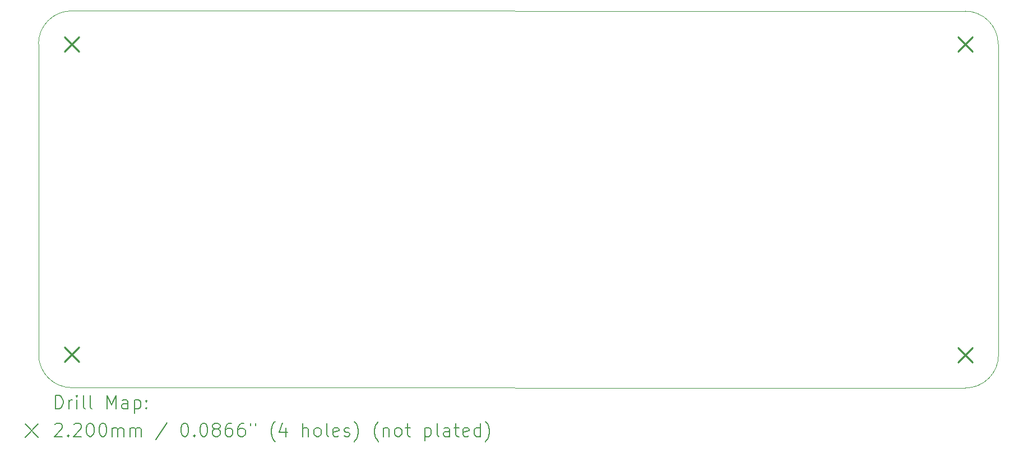
<source format=gbr>
%TF.GenerationSoftware,KiCad,Pcbnew,8.0.1*%
%TF.CreationDate,2024-05-07T00:07:34+05:00*%
%TF.ProjectId,PowerBoard,506f7765-7242-46f6-9172-642e6b696361,rev?*%
%TF.SameCoordinates,Original*%
%TF.FileFunction,Drillmap*%
%TF.FilePolarity,Positive*%
%FSLAX45Y45*%
G04 Gerber Fmt 4.5, Leading zero omitted, Abs format (unit mm)*
G04 Created by KiCad (PCBNEW 8.0.1) date 2024-05-07 00:07:34*
%MOMM*%
%LPD*%
G01*
G04 APERTURE LIST*
%ADD10C,0.050000*%
%ADD11C,0.200000*%
%ADD12C,0.220000*%
G04 APERTURE END LIST*
D10*
X20763553Y-15811447D02*
G75*
G02*
X20263553Y-15311447I-3J499997D01*
G01*
X34256447Y-10118553D02*
G75*
G02*
X34756447Y-10618553I3J-499997D01*
G01*
X34756447Y-10618553D02*
X34761447Y-15316447D01*
X20260000Y-10615000D02*
G75*
G02*
X20760000Y-10115000I500000J0D01*
G01*
X20263553Y-15311447D02*
X20260000Y-10615000D01*
X20760000Y-10115000D02*
X34256447Y-10118553D01*
X34761447Y-15316447D02*
G75*
G02*
X34261447Y-15816447I-499997J-3D01*
G01*
X34261447Y-15816447D02*
X20763553Y-15811447D01*
D11*
D12*
X20650000Y-10505000D02*
X20870000Y-10725000D01*
X20870000Y-10505000D02*
X20650000Y-10725000D01*
X20653553Y-15201447D02*
X20873553Y-15421447D01*
X20873553Y-15201447D02*
X20653553Y-15421447D01*
X34146447Y-10508553D02*
X34366447Y-10728553D01*
X34366447Y-10508553D02*
X34146447Y-10728553D01*
X34151447Y-15206447D02*
X34371447Y-15426447D01*
X34371447Y-15206447D02*
X34151447Y-15426447D01*
D11*
X20518277Y-16130430D02*
X20518277Y-15930430D01*
X20518277Y-15930430D02*
X20565896Y-15930430D01*
X20565896Y-15930430D02*
X20594467Y-15939954D01*
X20594467Y-15939954D02*
X20613515Y-15959002D01*
X20613515Y-15959002D02*
X20623039Y-15978049D01*
X20623039Y-15978049D02*
X20632563Y-16016145D01*
X20632563Y-16016145D02*
X20632563Y-16044716D01*
X20632563Y-16044716D02*
X20623039Y-16082811D01*
X20623039Y-16082811D02*
X20613515Y-16101859D01*
X20613515Y-16101859D02*
X20594467Y-16120907D01*
X20594467Y-16120907D02*
X20565896Y-16130430D01*
X20565896Y-16130430D02*
X20518277Y-16130430D01*
X20718277Y-16130430D02*
X20718277Y-15997097D01*
X20718277Y-16035192D02*
X20727801Y-16016145D01*
X20727801Y-16016145D02*
X20737324Y-16006621D01*
X20737324Y-16006621D02*
X20756372Y-15997097D01*
X20756372Y-15997097D02*
X20775420Y-15997097D01*
X20842086Y-16130430D02*
X20842086Y-15997097D01*
X20842086Y-15930430D02*
X20832563Y-15939954D01*
X20832563Y-15939954D02*
X20842086Y-15949478D01*
X20842086Y-15949478D02*
X20851610Y-15939954D01*
X20851610Y-15939954D02*
X20842086Y-15930430D01*
X20842086Y-15930430D02*
X20842086Y-15949478D01*
X20965896Y-16130430D02*
X20946848Y-16120907D01*
X20946848Y-16120907D02*
X20937324Y-16101859D01*
X20937324Y-16101859D02*
X20937324Y-15930430D01*
X21070658Y-16130430D02*
X21051610Y-16120907D01*
X21051610Y-16120907D02*
X21042086Y-16101859D01*
X21042086Y-16101859D02*
X21042086Y-15930430D01*
X21299229Y-16130430D02*
X21299229Y-15930430D01*
X21299229Y-15930430D02*
X21365896Y-16073287D01*
X21365896Y-16073287D02*
X21432563Y-15930430D01*
X21432563Y-15930430D02*
X21432563Y-16130430D01*
X21613515Y-16130430D02*
X21613515Y-16025668D01*
X21613515Y-16025668D02*
X21603991Y-16006621D01*
X21603991Y-16006621D02*
X21584944Y-15997097D01*
X21584944Y-15997097D02*
X21546848Y-15997097D01*
X21546848Y-15997097D02*
X21527801Y-16006621D01*
X21613515Y-16120907D02*
X21594467Y-16130430D01*
X21594467Y-16130430D02*
X21546848Y-16130430D01*
X21546848Y-16130430D02*
X21527801Y-16120907D01*
X21527801Y-16120907D02*
X21518277Y-16101859D01*
X21518277Y-16101859D02*
X21518277Y-16082811D01*
X21518277Y-16082811D02*
X21527801Y-16063764D01*
X21527801Y-16063764D02*
X21546848Y-16054240D01*
X21546848Y-16054240D02*
X21594467Y-16054240D01*
X21594467Y-16054240D02*
X21613515Y-16044716D01*
X21708753Y-15997097D02*
X21708753Y-16197097D01*
X21708753Y-16006621D02*
X21727801Y-15997097D01*
X21727801Y-15997097D02*
X21765896Y-15997097D01*
X21765896Y-15997097D02*
X21784944Y-16006621D01*
X21784944Y-16006621D02*
X21794467Y-16016145D01*
X21794467Y-16016145D02*
X21803991Y-16035192D01*
X21803991Y-16035192D02*
X21803991Y-16092335D01*
X21803991Y-16092335D02*
X21794467Y-16111383D01*
X21794467Y-16111383D02*
X21784944Y-16120907D01*
X21784944Y-16120907D02*
X21765896Y-16130430D01*
X21765896Y-16130430D02*
X21727801Y-16130430D01*
X21727801Y-16130430D02*
X21708753Y-16120907D01*
X21889705Y-16111383D02*
X21899229Y-16120907D01*
X21899229Y-16120907D02*
X21889705Y-16130430D01*
X21889705Y-16130430D02*
X21880182Y-16120907D01*
X21880182Y-16120907D02*
X21889705Y-16111383D01*
X21889705Y-16111383D02*
X21889705Y-16130430D01*
X21889705Y-16006621D02*
X21899229Y-16016145D01*
X21899229Y-16016145D02*
X21889705Y-16025668D01*
X21889705Y-16025668D02*
X21880182Y-16016145D01*
X21880182Y-16016145D02*
X21889705Y-16006621D01*
X21889705Y-16006621D02*
X21889705Y-16025668D01*
X20057500Y-16358947D02*
X20257500Y-16558947D01*
X20257500Y-16358947D02*
X20057500Y-16558947D01*
X20508753Y-16369478D02*
X20518277Y-16359954D01*
X20518277Y-16359954D02*
X20537324Y-16350430D01*
X20537324Y-16350430D02*
X20584944Y-16350430D01*
X20584944Y-16350430D02*
X20603991Y-16359954D01*
X20603991Y-16359954D02*
X20613515Y-16369478D01*
X20613515Y-16369478D02*
X20623039Y-16388526D01*
X20623039Y-16388526D02*
X20623039Y-16407573D01*
X20623039Y-16407573D02*
X20613515Y-16436145D01*
X20613515Y-16436145D02*
X20499229Y-16550430D01*
X20499229Y-16550430D02*
X20623039Y-16550430D01*
X20708753Y-16531383D02*
X20718277Y-16540907D01*
X20718277Y-16540907D02*
X20708753Y-16550430D01*
X20708753Y-16550430D02*
X20699229Y-16540907D01*
X20699229Y-16540907D02*
X20708753Y-16531383D01*
X20708753Y-16531383D02*
X20708753Y-16550430D01*
X20794467Y-16369478D02*
X20803991Y-16359954D01*
X20803991Y-16359954D02*
X20823039Y-16350430D01*
X20823039Y-16350430D02*
X20870658Y-16350430D01*
X20870658Y-16350430D02*
X20889705Y-16359954D01*
X20889705Y-16359954D02*
X20899229Y-16369478D01*
X20899229Y-16369478D02*
X20908753Y-16388526D01*
X20908753Y-16388526D02*
X20908753Y-16407573D01*
X20908753Y-16407573D02*
X20899229Y-16436145D01*
X20899229Y-16436145D02*
X20784944Y-16550430D01*
X20784944Y-16550430D02*
X20908753Y-16550430D01*
X21032563Y-16350430D02*
X21051610Y-16350430D01*
X21051610Y-16350430D02*
X21070658Y-16359954D01*
X21070658Y-16359954D02*
X21080182Y-16369478D01*
X21080182Y-16369478D02*
X21089705Y-16388526D01*
X21089705Y-16388526D02*
X21099229Y-16426621D01*
X21099229Y-16426621D02*
X21099229Y-16474240D01*
X21099229Y-16474240D02*
X21089705Y-16512335D01*
X21089705Y-16512335D02*
X21080182Y-16531383D01*
X21080182Y-16531383D02*
X21070658Y-16540907D01*
X21070658Y-16540907D02*
X21051610Y-16550430D01*
X21051610Y-16550430D02*
X21032563Y-16550430D01*
X21032563Y-16550430D02*
X21013515Y-16540907D01*
X21013515Y-16540907D02*
X21003991Y-16531383D01*
X21003991Y-16531383D02*
X20994467Y-16512335D01*
X20994467Y-16512335D02*
X20984944Y-16474240D01*
X20984944Y-16474240D02*
X20984944Y-16426621D01*
X20984944Y-16426621D02*
X20994467Y-16388526D01*
X20994467Y-16388526D02*
X21003991Y-16369478D01*
X21003991Y-16369478D02*
X21013515Y-16359954D01*
X21013515Y-16359954D02*
X21032563Y-16350430D01*
X21223039Y-16350430D02*
X21242086Y-16350430D01*
X21242086Y-16350430D02*
X21261134Y-16359954D01*
X21261134Y-16359954D02*
X21270658Y-16369478D01*
X21270658Y-16369478D02*
X21280182Y-16388526D01*
X21280182Y-16388526D02*
X21289705Y-16426621D01*
X21289705Y-16426621D02*
X21289705Y-16474240D01*
X21289705Y-16474240D02*
X21280182Y-16512335D01*
X21280182Y-16512335D02*
X21270658Y-16531383D01*
X21270658Y-16531383D02*
X21261134Y-16540907D01*
X21261134Y-16540907D02*
X21242086Y-16550430D01*
X21242086Y-16550430D02*
X21223039Y-16550430D01*
X21223039Y-16550430D02*
X21203991Y-16540907D01*
X21203991Y-16540907D02*
X21194467Y-16531383D01*
X21194467Y-16531383D02*
X21184944Y-16512335D01*
X21184944Y-16512335D02*
X21175420Y-16474240D01*
X21175420Y-16474240D02*
X21175420Y-16426621D01*
X21175420Y-16426621D02*
X21184944Y-16388526D01*
X21184944Y-16388526D02*
X21194467Y-16369478D01*
X21194467Y-16369478D02*
X21203991Y-16359954D01*
X21203991Y-16359954D02*
X21223039Y-16350430D01*
X21375420Y-16550430D02*
X21375420Y-16417097D01*
X21375420Y-16436145D02*
X21384944Y-16426621D01*
X21384944Y-16426621D02*
X21403991Y-16417097D01*
X21403991Y-16417097D02*
X21432563Y-16417097D01*
X21432563Y-16417097D02*
X21451610Y-16426621D01*
X21451610Y-16426621D02*
X21461134Y-16445668D01*
X21461134Y-16445668D02*
X21461134Y-16550430D01*
X21461134Y-16445668D02*
X21470658Y-16426621D01*
X21470658Y-16426621D02*
X21489705Y-16417097D01*
X21489705Y-16417097D02*
X21518277Y-16417097D01*
X21518277Y-16417097D02*
X21537325Y-16426621D01*
X21537325Y-16426621D02*
X21546848Y-16445668D01*
X21546848Y-16445668D02*
X21546848Y-16550430D01*
X21642086Y-16550430D02*
X21642086Y-16417097D01*
X21642086Y-16436145D02*
X21651610Y-16426621D01*
X21651610Y-16426621D02*
X21670658Y-16417097D01*
X21670658Y-16417097D02*
X21699229Y-16417097D01*
X21699229Y-16417097D02*
X21718277Y-16426621D01*
X21718277Y-16426621D02*
X21727801Y-16445668D01*
X21727801Y-16445668D02*
X21727801Y-16550430D01*
X21727801Y-16445668D02*
X21737325Y-16426621D01*
X21737325Y-16426621D02*
X21756372Y-16417097D01*
X21756372Y-16417097D02*
X21784944Y-16417097D01*
X21784944Y-16417097D02*
X21803991Y-16426621D01*
X21803991Y-16426621D02*
X21813515Y-16445668D01*
X21813515Y-16445668D02*
X21813515Y-16550430D01*
X22203991Y-16340907D02*
X22032563Y-16598049D01*
X22461134Y-16350430D02*
X22480182Y-16350430D01*
X22480182Y-16350430D02*
X22499229Y-16359954D01*
X22499229Y-16359954D02*
X22508753Y-16369478D01*
X22508753Y-16369478D02*
X22518277Y-16388526D01*
X22518277Y-16388526D02*
X22527801Y-16426621D01*
X22527801Y-16426621D02*
X22527801Y-16474240D01*
X22527801Y-16474240D02*
X22518277Y-16512335D01*
X22518277Y-16512335D02*
X22508753Y-16531383D01*
X22508753Y-16531383D02*
X22499229Y-16540907D01*
X22499229Y-16540907D02*
X22480182Y-16550430D01*
X22480182Y-16550430D02*
X22461134Y-16550430D01*
X22461134Y-16550430D02*
X22442086Y-16540907D01*
X22442086Y-16540907D02*
X22432563Y-16531383D01*
X22432563Y-16531383D02*
X22423039Y-16512335D01*
X22423039Y-16512335D02*
X22413515Y-16474240D01*
X22413515Y-16474240D02*
X22413515Y-16426621D01*
X22413515Y-16426621D02*
X22423039Y-16388526D01*
X22423039Y-16388526D02*
X22432563Y-16369478D01*
X22432563Y-16369478D02*
X22442086Y-16359954D01*
X22442086Y-16359954D02*
X22461134Y-16350430D01*
X22613515Y-16531383D02*
X22623039Y-16540907D01*
X22623039Y-16540907D02*
X22613515Y-16550430D01*
X22613515Y-16550430D02*
X22603991Y-16540907D01*
X22603991Y-16540907D02*
X22613515Y-16531383D01*
X22613515Y-16531383D02*
X22613515Y-16550430D01*
X22746848Y-16350430D02*
X22765896Y-16350430D01*
X22765896Y-16350430D02*
X22784944Y-16359954D01*
X22784944Y-16359954D02*
X22794467Y-16369478D01*
X22794467Y-16369478D02*
X22803991Y-16388526D01*
X22803991Y-16388526D02*
X22813515Y-16426621D01*
X22813515Y-16426621D02*
X22813515Y-16474240D01*
X22813515Y-16474240D02*
X22803991Y-16512335D01*
X22803991Y-16512335D02*
X22794467Y-16531383D01*
X22794467Y-16531383D02*
X22784944Y-16540907D01*
X22784944Y-16540907D02*
X22765896Y-16550430D01*
X22765896Y-16550430D02*
X22746848Y-16550430D01*
X22746848Y-16550430D02*
X22727801Y-16540907D01*
X22727801Y-16540907D02*
X22718277Y-16531383D01*
X22718277Y-16531383D02*
X22708753Y-16512335D01*
X22708753Y-16512335D02*
X22699229Y-16474240D01*
X22699229Y-16474240D02*
X22699229Y-16426621D01*
X22699229Y-16426621D02*
X22708753Y-16388526D01*
X22708753Y-16388526D02*
X22718277Y-16369478D01*
X22718277Y-16369478D02*
X22727801Y-16359954D01*
X22727801Y-16359954D02*
X22746848Y-16350430D01*
X22927801Y-16436145D02*
X22908753Y-16426621D01*
X22908753Y-16426621D02*
X22899229Y-16417097D01*
X22899229Y-16417097D02*
X22889706Y-16398049D01*
X22889706Y-16398049D02*
X22889706Y-16388526D01*
X22889706Y-16388526D02*
X22899229Y-16369478D01*
X22899229Y-16369478D02*
X22908753Y-16359954D01*
X22908753Y-16359954D02*
X22927801Y-16350430D01*
X22927801Y-16350430D02*
X22965896Y-16350430D01*
X22965896Y-16350430D02*
X22984944Y-16359954D01*
X22984944Y-16359954D02*
X22994467Y-16369478D01*
X22994467Y-16369478D02*
X23003991Y-16388526D01*
X23003991Y-16388526D02*
X23003991Y-16398049D01*
X23003991Y-16398049D02*
X22994467Y-16417097D01*
X22994467Y-16417097D02*
X22984944Y-16426621D01*
X22984944Y-16426621D02*
X22965896Y-16436145D01*
X22965896Y-16436145D02*
X22927801Y-16436145D01*
X22927801Y-16436145D02*
X22908753Y-16445668D01*
X22908753Y-16445668D02*
X22899229Y-16455192D01*
X22899229Y-16455192D02*
X22889706Y-16474240D01*
X22889706Y-16474240D02*
X22889706Y-16512335D01*
X22889706Y-16512335D02*
X22899229Y-16531383D01*
X22899229Y-16531383D02*
X22908753Y-16540907D01*
X22908753Y-16540907D02*
X22927801Y-16550430D01*
X22927801Y-16550430D02*
X22965896Y-16550430D01*
X22965896Y-16550430D02*
X22984944Y-16540907D01*
X22984944Y-16540907D02*
X22994467Y-16531383D01*
X22994467Y-16531383D02*
X23003991Y-16512335D01*
X23003991Y-16512335D02*
X23003991Y-16474240D01*
X23003991Y-16474240D02*
X22994467Y-16455192D01*
X22994467Y-16455192D02*
X22984944Y-16445668D01*
X22984944Y-16445668D02*
X22965896Y-16436145D01*
X23175420Y-16350430D02*
X23137325Y-16350430D01*
X23137325Y-16350430D02*
X23118277Y-16359954D01*
X23118277Y-16359954D02*
X23108753Y-16369478D01*
X23108753Y-16369478D02*
X23089706Y-16398049D01*
X23089706Y-16398049D02*
X23080182Y-16436145D01*
X23080182Y-16436145D02*
X23080182Y-16512335D01*
X23080182Y-16512335D02*
X23089706Y-16531383D01*
X23089706Y-16531383D02*
X23099229Y-16540907D01*
X23099229Y-16540907D02*
X23118277Y-16550430D01*
X23118277Y-16550430D02*
X23156372Y-16550430D01*
X23156372Y-16550430D02*
X23175420Y-16540907D01*
X23175420Y-16540907D02*
X23184944Y-16531383D01*
X23184944Y-16531383D02*
X23194467Y-16512335D01*
X23194467Y-16512335D02*
X23194467Y-16464716D01*
X23194467Y-16464716D02*
X23184944Y-16445668D01*
X23184944Y-16445668D02*
X23175420Y-16436145D01*
X23175420Y-16436145D02*
X23156372Y-16426621D01*
X23156372Y-16426621D02*
X23118277Y-16426621D01*
X23118277Y-16426621D02*
X23099229Y-16436145D01*
X23099229Y-16436145D02*
X23089706Y-16445668D01*
X23089706Y-16445668D02*
X23080182Y-16464716D01*
X23365896Y-16350430D02*
X23327801Y-16350430D01*
X23327801Y-16350430D02*
X23308753Y-16359954D01*
X23308753Y-16359954D02*
X23299229Y-16369478D01*
X23299229Y-16369478D02*
X23280182Y-16398049D01*
X23280182Y-16398049D02*
X23270658Y-16436145D01*
X23270658Y-16436145D02*
X23270658Y-16512335D01*
X23270658Y-16512335D02*
X23280182Y-16531383D01*
X23280182Y-16531383D02*
X23289706Y-16540907D01*
X23289706Y-16540907D02*
X23308753Y-16550430D01*
X23308753Y-16550430D02*
X23346848Y-16550430D01*
X23346848Y-16550430D02*
X23365896Y-16540907D01*
X23365896Y-16540907D02*
X23375420Y-16531383D01*
X23375420Y-16531383D02*
X23384944Y-16512335D01*
X23384944Y-16512335D02*
X23384944Y-16464716D01*
X23384944Y-16464716D02*
X23375420Y-16445668D01*
X23375420Y-16445668D02*
X23365896Y-16436145D01*
X23365896Y-16436145D02*
X23346848Y-16426621D01*
X23346848Y-16426621D02*
X23308753Y-16426621D01*
X23308753Y-16426621D02*
X23289706Y-16436145D01*
X23289706Y-16436145D02*
X23280182Y-16445668D01*
X23280182Y-16445668D02*
X23270658Y-16464716D01*
X23461134Y-16350430D02*
X23461134Y-16388526D01*
X23537325Y-16350430D02*
X23537325Y-16388526D01*
X23832563Y-16626621D02*
X23823039Y-16617097D01*
X23823039Y-16617097D02*
X23803991Y-16588526D01*
X23803991Y-16588526D02*
X23794468Y-16569478D01*
X23794468Y-16569478D02*
X23784944Y-16540907D01*
X23784944Y-16540907D02*
X23775420Y-16493287D01*
X23775420Y-16493287D02*
X23775420Y-16455192D01*
X23775420Y-16455192D02*
X23784944Y-16407573D01*
X23784944Y-16407573D02*
X23794468Y-16379002D01*
X23794468Y-16379002D02*
X23803991Y-16359954D01*
X23803991Y-16359954D02*
X23823039Y-16331383D01*
X23823039Y-16331383D02*
X23832563Y-16321859D01*
X23994468Y-16417097D02*
X23994468Y-16550430D01*
X23946848Y-16340907D02*
X23899229Y-16483764D01*
X23899229Y-16483764D02*
X24023039Y-16483764D01*
X24251610Y-16550430D02*
X24251610Y-16350430D01*
X24337325Y-16550430D02*
X24337325Y-16445668D01*
X24337325Y-16445668D02*
X24327801Y-16426621D01*
X24327801Y-16426621D02*
X24308753Y-16417097D01*
X24308753Y-16417097D02*
X24280182Y-16417097D01*
X24280182Y-16417097D02*
X24261134Y-16426621D01*
X24261134Y-16426621D02*
X24251610Y-16436145D01*
X24461134Y-16550430D02*
X24442087Y-16540907D01*
X24442087Y-16540907D02*
X24432563Y-16531383D01*
X24432563Y-16531383D02*
X24423039Y-16512335D01*
X24423039Y-16512335D02*
X24423039Y-16455192D01*
X24423039Y-16455192D02*
X24432563Y-16436145D01*
X24432563Y-16436145D02*
X24442087Y-16426621D01*
X24442087Y-16426621D02*
X24461134Y-16417097D01*
X24461134Y-16417097D02*
X24489706Y-16417097D01*
X24489706Y-16417097D02*
X24508753Y-16426621D01*
X24508753Y-16426621D02*
X24518277Y-16436145D01*
X24518277Y-16436145D02*
X24527801Y-16455192D01*
X24527801Y-16455192D02*
X24527801Y-16512335D01*
X24527801Y-16512335D02*
X24518277Y-16531383D01*
X24518277Y-16531383D02*
X24508753Y-16540907D01*
X24508753Y-16540907D02*
X24489706Y-16550430D01*
X24489706Y-16550430D02*
X24461134Y-16550430D01*
X24642087Y-16550430D02*
X24623039Y-16540907D01*
X24623039Y-16540907D02*
X24613515Y-16521859D01*
X24613515Y-16521859D02*
X24613515Y-16350430D01*
X24794468Y-16540907D02*
X24775420Y-16550430D01*
X24775420Y-16550430D02*
X24737325Y-16550430D01*
X24737325Y-16550430D02*
X24718277Y-16540907D01*
X24718277Y-16540907D02*
X24708753Y-16521859D01*
X24708753Y-16521859D02*
X24708753Y-16445668D01*
X24708753Y-16445668D02*
X24718277Y-16426621D01*
X24718277Y-16426621D02*
X24737325Y-16417097D01*
X24737325Y-16417097D02*
X24775420Y-16417097D01*
X24775420Y-16417097D02*
X24794468Y-16426621D01*
X24794468Y-16426621D02*
X24803991Y-16445668D01*
X24803991Y-16445668D02*
X24803991Y-16464716D01*
X24803991Y-16464716D02*
X24708753Y-16483764D01*
X24880182Y-16540907D02*
X24899230Y-16550430D01*
X24899230Y-16550430D02*
X24937325Y-16550430D01*
X24937325Y-16550430D02*
X24956372Y-16540907D01*
X24956372Y-16540907D02*
X24965896Y-16521859D01*
X24965896Y-16521859D02*
X24965896Y-16512335D01*
X24965896Y-16512335D02*
X24956372Y-16493287D01*
X24956372Y-16493287D02*
X24937325Y-16483764D01*
X24937325Y-16483764D02*
X24908753Y-16483764D01*
X24908753Y-16483764D02*
X24889706Y-16474240D01*
X24889706Y-16474240D02*
X24880182Y-16455192D01*
X24880182Y-16455192D02*
X24880182Y-16445668D01*
X24880182Y-16445668D02*
X24889706Y-16426621D01*
X24889706Y-16426621D02*
X24908753Y-16417097D01*
X24908753Y-16417097D02*
X24937325Y-16417097D01*
X24937325Y-16417097D02*
X24956372Y-16426621D01*
X25032563Y-16626621D02*
X25042087Y-16617097D01*
X25042087Y-16617097D02*
X25061134Y-16588526D01*
X25061134Y-16588526D02*
X25070658Y-16569478D01*
X25070658Y-16569478D02*
X25080182Y-16540907D01*
X25080182Y-16540907D02*
X25089706Y-16493287D01*
X25089706Y-16493287D02*
X25089706Y-16455192D01*
X25089706Y-16455192D02*
X25080182Y-16407573D01*
X25080182Y-16407573D02*
X25070658Y-16379002D01*
X25070658Y-16379002D02*
X25061134Y-16359954D01*
X25061134Y-16359954D02*
X25042087Y-16331383D01*
X25042087Y-16331383D02*
X25032563Y-16321859D01*
X25394468Y-16626621D02*
X25384944Y-16617097D01*
X25384944Y-16617097D02*
X25365896Y-16588526D01*
X25365896Y-16588526D02*
X25356372Y-16569478D01*
X25356372Y-16569478D02*
X25346849Y-16540907D01*
X25346849Y-16540907D02*
X25337325Y-16493287D01*
X25337325Y-16493287D02*
X25337325Y-16455192D01*
X25337325Y-16455192D02*
X25346849Y-16407573D01*
X25346849Y-16407573D02*
X25356372Y-16379002D01*
X25356372Y-16379002D02*
X25365896Y-16359954D01*
X25365896Y-16359954D02*
X25384944Y-16331383D01*
X25384944Y-16331383D02*
X25394468Y-16321859D01*
X25470658Y-16417097D02*
X25470658Y-16550430D01*
X25470658Y-16436145D02*
X25480182Y-16426621D01*
X25480182Y-16426621D02*
X25499230Y-16417097D01*
X25499230Y-16417097D02*
X25527801Y-16417097D01*
X25527801Y-16417097D02*
X25546849Y-16426621D01*
X25546849Y-16426621D02*
X25556372Y-16445668D01*
X25556372Y-16445668D02*
X25556372Y-16550430D01*
X25680182Y-16550430D02*
X25661134Y-16540907D01*
X25661134Y-16540907D02*
X25651611Y-16531383D01*
X25651611Y-16531383D02*
X25642087Y-16512335D01*
X25642087Y-16512335D02*
X25642087Y-16455192D01*
X25642087Y-16455192D02*
X25651611Y-16436145D01*
X25651611Y-16436145D02*
X25661134Y-16426621D01*
X25661134Y-16426621D02*
X25680182Y-16417097D01*
X25680182Y-16417097D02*
X25708753Y-16417097D01*
X25708753Y-16417097D02*
X25727801Y-16426621D01*
X25727801Y-16426621D02*
X25737325Y-16436145D01*
X25737325Y-16436145D02*
X25746849Y-16455192D01*
X25746849Y-16455192D02*
X25746849Y-16512335D01*
X25746849Y-16512335D02*
X25737325Y-16531383D01*
X25737325Y-16531383D02*
X25727801Y-16540907D01*
X25727801Y-16540907D02*
X25708753Y-16550430D01*
X25708753Y-16550430D02*
X25680182Y-16550430D01*
X25803992Y-16417097D02*
X25880182Y-16417097D01*
X25832563Y-16350430D02*
X25832563Y-16521859D01*
X25832563Y-16521859D02*
X25842087Y-16540907D01*
X25842087Y-16540907D02*
X25861134Y-16550430D01*
X25861134Y-16550430D02*
X25880182Y-16550430D01*
X26099230Y-16417097D02*
X26099230Y-16617097D01*
X26099230Y-16426621D02*
X26118277Y-16417097D01*
X26118277Y-16417097D02*
X26156373Y-16417097D01*
X26156373Y-16417097D02*
X26175420Y-16426621D01*
X26175420Y-16426621D02*
X26184944Y-16436145D01*
X26184944Y-16436145D02*
X26194468Y-16455192D01*
X26194468Y-16455192D02*
X26194468Y-16512335D01*
X26194468Y-16512335D02*
X26184944Y-16531383D01*
X26184944Y-16531383D02*
X26175420Y-16540907D01*
X26175420Y-16540907D02*
X26156373Y-16550430D01*
X26156373Y-16550430D02*
X26118277Y-16550430D01*
X26118277Y-16550430D02*
X26099230Y-16540907D01*
X26308753Y-16550430D02*
X26289706Y-16540907D01*
X26289706Y-16540907D02*
X26280182Y-16521859D01*
X26280182Y-16521859D02*
X26280182Y-16350430D01*
X26470658Y-16550430D02*
X26470658Y-16445668D01*
X26470658Y-16445668D02*
X26461134Y-16426621D01*
X26461134Y-16426621D02*
X26442087Y-16417097D01*
X26442087Y-16417097D02*
X26403992Y-16417097D01*
X26403992Y-16417097D02*
X26384944Y-16426621D01*
X26470658Y-16540907D02*
X26451611Y-16550430D01*
X26451611Y-16550430D02*
X26403992Y-16550430D01*
X26403992Y-16550430D02*
X26384944Y-16540907D01*
X26384944Y-16540907D02*
X26375420Y-16521859D01*
X26375420Y-16521859D02*
X26375420Y-16502811D01*
X26375420Y-16502811D02*
X26384944Y-16483764D01*
X26384944Y-16483764D02*
X26403992Y-16474240D01*
X26403992Y-16474240D02*
X26451611Y-16474240D01*
X26451611Y-16474240D02*
X26470658Y-16464716D01*
X26537325Y-16417097D02*
X26613515Y-16417097D01*
X26565896Y-16350430D02*
X26565896Y-16521859D01*
X26565896Y-16521859D02*
X26575420Y-16540907D01*
X26575420Y-16540907D02*
X26594468Y-16550430D01*
X26594468Y-16550430D02*
X26613515Y-16550430D01*
X26756373Y-16540907D02*
X26737325Y-16550430D01*
X26737325Y-16550430D02*
X26699230Y-16550430D01*
X26699230Y-16550430D02*
X26680182Y-16540907D01*
X26680182Y-16540907D02*
X26670658Y-16521859D01*
X26670658Y-16521859D02*
X26670658Y-16445668D01*
X26670658Y-16445668D02*
X26680182Y-16426621D01*
X26680182Y-16426621D02*
X26699230Y-16417097D01*
X26699230Y-16417097D02*
X26737325Y-16417097D01*
X26737325Y-16417097D02*
X26756373Y-16426621D01*
X26756373Y-16426621D02*
X26765896Y-16445668D01*
X26765896Y-16445668D02*
X26765896Y-16464716D01*
X26765896Y-16464716D02*
X26670658Y-16483764D01*
X26937325Y-16550430D02*
X26937325Y-16350430D01*
X26937325Y-16540907D02*
X26918277Y-16550430D01*
X26918277Y-16550430D02*
X26880182Y-16550430D01*
X26880182Y-16550430D02*
X26861134Y-16540907D01*
X26861134Y-16540907D02*
X26851611Y-16531383D01*
X26851611Y-16531383D02*
X26842087Y-16512335D01*
X26842087Y-16512335D02*
X26842087Y-16455192D01*
X26842087Y-16455192D02*
X26851611Y-16436145D01*
X26851611Y-16436145D02*
X26861134Y-16426621D01*
X26861134Y-16426621D02*
X26880182Y-16417097D01*
X26880182Y-16417097D02*
X26918277Y-16417097D01*
X26918277Y-16417097D02*
X26937325Y-16426621D01*
X27013515Y-16626621D02*
X27023039Y-16617097D01*
X27023039Y-16617097D02*
X27042087Y-16588526D01*
X27042087Y-16588526D02*
X27051611Y-16569478D01*
X27051611Y-16569478D02*
X27061134Y-16540907D01*
X27061134Y-16540907D02*
X27070658Y-16493287D01*
X27070658Y-16493287D02*
X27070658Y-16455192D01*
X27070658Y-16455192D02*
X27061134Y-16407573D01*
X27061134Y-16407573D02*
X27051611Y-16379002D01*
X27051611Y-16379002D02*
X27042087Y-16359954D01*
X27042087Y-16359954D02*
X27023039Y-16331383D01*
X27023039Y-16331383D02*
X27013515Y-16321859D01*
M02*

</source>
